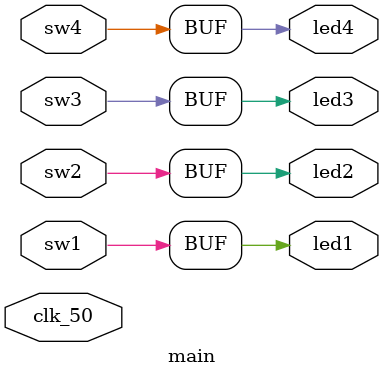
<source format=v>
module main(
input clk_50,
output led1,
output led2,
output led3,
output led4,
input sw1,
input sw2,
input sw3,
input sw4
);

integer chave1;
integer chave2;
integer chave3;
integer chave4;

always @(posedge clk_50)
begin
chave1 = sw1;
chave2 = sw2;
chave3 = sw3;
chave4 = sw4;
end

assign led1 = sw1;
assign led2 = sw2;
assign led3 = sw3;
assign led4 = sw4;

endmodule

</source>
